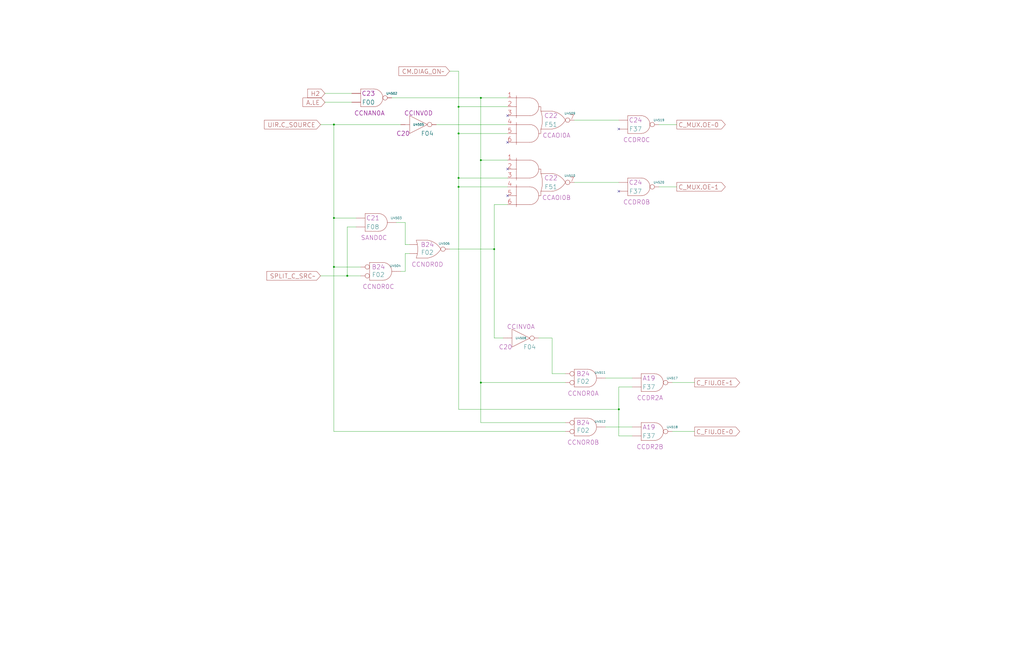
<source format=kicad_sch>
(kicad_sch (version 20230121) (generator eeschema)
  (paper "User" 584.2 378.46)
  (title_block (title "C SOURCE CONTROL") (date "15-MAR-90") (rev "1.0") (comment 1 "TYPE") (comment 2 "232-003062") (comment 3 "S400") (comment 4 "RELEASED"))
  (lib_symbols
    (symbol "r1000:F00" (pin_numbers hide) (pin_names hide)
      (property "Reference" "U" (at 15.24 0 0))
      (property "Value" "F00" (at 1.905 -5.08 0))
      (property "Location" "___" (at 1.905 0 0))
      (property "Name" "______" (at 2.54 -12.7 0))
      (symbol "F00_0_1"
        (polyline (pts (xy -2.54 -7.62) (xy 5.08 -7.62)) (stroke (width 0.1524)))
        (polyline (pts (xy -2.54 2.54) (xy -2.54 -7.62)) (stroke (width 0.1524)))
        (polyline (pts (xy -2.54 2.54) (xy 5.08 2.54)) (stroke (width 0.1524)))
        (arc (start 5.08 -7.62) (mid 10.1282 -2.54) (end 5.08 2.54) (stroke (width 0.1524)))
        (circle (center 11.43 -2.54) (radius 1.27) (stroke (width 0.1524)))
      )
      (symbol "F00_0_2"
        (circle (center -3.81 -5.08) (radius 1.27) (stroke (width 0.1524)))
        (circle (center -3.81 0) (radius 1.27) (stroke (width 0.1524)))
        (arc (start -3.175 -7.62) (mid -2.134 -2.54) (end -3.175 2.54) (stroke (width 0.1524)))
        (polyline (pts (xy -3.175 -7.62) (xy 3.81 -7.62)) (stroke (width 0.1524)))
        (polyline (pts (xy -3.175 2.54) (xy 3.81 2.54)) (stroke (width 0.1524)))
        (arc (start 3.81 -7.62) (mid 7.5855 -5.8306) (end 10.16 -2.54) (stroke (width 0.1524)))
        (arc (start 10.16 -2.54) (mid 7.5827 0.7471) (end 3.81 2.54) (stroke (width 0.1524)))
      )
      (symbol "F00_1_1"
        (pin input line (at -7.62 0 0) (length 5.08) (name "D0") (number "1"))
        (pin input line (at -7.62 -5.08 0) (length 5.08) (name "D1") (number "2"))
        (pin output line (at 15.24 -2.54 180) (length 2.54) (name "Q") (number "3"))
      )
      (symbol "F00_1_2"
        (pin input line (at -7.62 0 0) (length 2.54) (name "D0") (number "1"))
        (pin input line (at -7.62 -5.08 0) (length 2.54) (name "D1") (number "2"))
        (pin output line (at 15.24 -2.54 180) (length 5.08) (name "Q") (number "3"))
      )
    )
    (symbol "r1000:F02" (pin_numbers hide) (pin_names hide)
      (property "Reference" "U" (at 12.16 0.635 0))
      (property "Value" "F02" (at -1.27 -4.445 0))
      (property "Location" "___" (at 2.54 0 0))
      (property "Name" "______" (at 2.54 -12.7 0))
      (symbol "F02_0_1"
        (arc (start -3.81 -7.62) (mid -2.9847 -2.54) (end -3.81 2.54) (stroke (width 0.1524)))
        (polyline (pts (xy -5.08 -5.08) (xy -3.175 -5.08)) (stroke (width 0.1524)))
        (polyline (pts (xy -5.08 0) (xy -3.175 0)) (stroke (width 0.1524)))
        (polyline (pts (xy -3.81 -7.62) (xy 2.54 -7.62)) (stroke (width 0.1524)))
        (polyline (pts (xy -3.81 2.54) (xy 2.54 2.54)) (stroke (width 0.1524)))
        (polyline (pts (xy 13.97 -2.54) (xy 12.7 -2.54)) (stroke (width 0.1524)))
        (arc (start 2.54 -7.62) (mid 6.9515 -5.9823) (end 10.16 -2.54) (stroke (width 0.1524)))
        (arc (start 10.16 -2.54) (mid 6.9478 0.8966) (end 2.54 2.54) (stroke (width 0.1524)))
        (circle (center 11.43 -2.54) (radius 1.27) (stroke (width 0.1524)))
      )
      (symbol "F02_0_2"
        (circle (center -3.81 -5.08) (radius 1.27) (stroke (width 0.1524)))
        (circle (center -3.81 0) (radius 1.27) (stroke (width 0.1524)))
        (polyline (pts (xy -2.54 -7.62) (xy 5.08 -7.62)) (stroke (width 0.1524)))
        (polyline (pts (xy -2.54 2.54) (xy -2.54 -7.62)) (stroke (width 0.1524)))
        (polyline (pts (xy -2.54 2.54) (xy 5.08 2.54)) (stroke (width 0.1524)))
        (polyline (pts (xy 11.43 -2.54) (xy 10.16 -2.54)) (stroke (width 0.1524)))
        (polyline (pts (xy 11.43 -2.54) (xy 12.7 -2.54)) (stroke (width 0.1524)))
        (arc (start 5.08 -7.62) (mid 10.1282 -2.54) (end 5.08 2.54) (stroke (width 0.1524)))
      )
      (symbol "F02_1_1"
        (pin input line (at -7.62 0 0) (length 2.54) (name "D0") (number "1"))
        (pin input line (at -7.62 -5.08 0) (length 2.54) (name "D1") (number "2"))
        (pin output line (at 15.24 -2.54 180) (length 1.27) (name "Q") (number "3"))
      )
      (symbol "F02_1_2"
        (pin input line (at -7.62 0 0) (length 2.54) (name "D0") (number "1"))
        (pin input line (at -7.62 -5.08 0) (length 2.54) (name "D1") (number "2"))
        (pin output line (at 15.24 -2.54 180) (length 2.54) (name "Q") (number "3"))
      )
    )
    (symbol "r1000:F04" (pin_numbers hide) (pin_names hide)
      (property "Reference" "U" (at 0 0 0))
      (property "Value" "F04" (at 1.27 -5.08 0))
      (property "Location" "___" (at -12.7 -5.08 0))
      (property "Name" "______" (at 0 5.08 0))
      (symbol "F04_0_1"
        (polyline (pts (xy -7.62 0) (xy -5.08 0)) (stroke (width 0.1524)))
        (polyline (pts (xy -5.08 5.08) (xy -5.08 -5.08)) (stroke (width 0.1524)))
        (polyline (pts (xy 5.08 0) (xy -5.08 -5.08)) (stroke (width 0.1524)))
        (polyline (pts (xy 5.08 0) (xy -5.08 5.08)) (stroke (width 0.1524)))
        (circle (center 6.35 0) (radius 1.27) (stroke (width 0.1524)))
      )
      (symbol "F04_1_1"
        (pin input line (at -10.16 0 0) (length 2.54) (name "D0") (number "1"))
        (pin output line (at 10.16 0 180) (length 2.54) (name "Q") (number "2"))
      )
    )
    (symbol "r1000:F08" (pin_numbers hide) (pin_names hide)
      (property "Reference" "U" (at 15.24 0 0))
      (property "Value" "F08" (at 1.905 -5.08 0))
      (property "Location" "___" (at 1.905 0 0))
      (property "Name" "______" (at 2.54 -12.7 0))
      (symbol "F08_0_1"
        (polyline (pts (xy -2.54 -7.62) (xy 5.08 -7.62)) (stroke (width 0.1524)))
        (polyline (pts (xy -2.54 2.54) (xy -2.54 -7.62)) (stroke (width 0.1524)))
        (polyline (pts (xy -2.54 2.54) (xy 5.08 2.54)) (stroke (width 0.1524)))
        (arc (start 5.08 -7.62) (mid 10.1282 -2.54) (end 5.08 2.54) (stroke (width 0.1524)))
      )
      (symbol "F08_0_2"
        (circle (center -3.81 -5.08) (radius 1.27) (stroke (width 0.1524)))
        (circle (center -3.81 0) (radius 1.27) (stroke (width 0.1524)))
        (arc (start -3.175 -7.62) (mid -2.134 -2.54) (end -3.175 2.54) (stroke (width 0.1524)))
        (polyline (pts (xy -3.175 -7.62) (xy 3.81 -7.62)) (stroke (width 0.1524)))
        (polyline (pts (xy -3.175 2.54) (xy 3.81 2.54)) (stroke (width 0.1524)))
        (arc (start 3.81 -7.62) (mid 7.5855 -5.8306) (end 10.16 -2.54) (stroke (width 0.1524)))
        (arc (start 10.16 -2.54) (mid 7.5827 0.7471) (end 3.81 2.54) (stroke (width 0.1524)))
        (circle (center 11.43 -2.54) (radius 1.27) (stroke (width 0.1524)))
      )
      (symbol "F08_1_1"
        (pin input line (at -7.62 0 0) (length 5.08) (name "D0") (number "1"))
        (pin input line (at -7.62 -5.08 0) (length 5.08) (name "D1") (number "2"))
        (pin output line (at 15.24 -2.54 180) (length 5.08) (name "Q") (number "3"))
      )
      (symbol "F08_1_2"
        (pin input line (at -7.62 0 0) (length 2.54) (name "D0") (number "1"))
        (pin input line (at -7.62 -5.08 0) (length 2.54) (name "D1") (number "2"))
        (pin output line (at 15.24 -2.54 180) (length 2.54) (name "Q") (number "3"))
      )
    )
    (symbol "r1000:F37" (pin_numbers hide) (pin_names (offset 0) hide)
      (property "Reference" "U" (at 15.24 0 0))
      (property "Value" "F37" (at 1.905 -5.08 0))
      (property "Location" "___" (at 1.905 0 0))
      (property "Name" "______" (at 2.54 -12.7 0))
      (symbol "F37_0_1"
        (polyline (pts (xy -2.54 -7.62) (xy 5.08 -7.62)) (stroke (width 0.1524)))
        (polyline (pts (xy -2.54 2.54) (xy -2.54 -7.62)) (stroke (width 0.1524)))
        (polyline (pts (xy -2.54 2.54) (xy 5.08 2.54)) (stroke (width 0.1524)))
        (arc (start 5.08 -7.62) (mid 10.1282 -2.54) (end 5.08 2.54) (stroke (width 0.1524)))
        (circle (center 11.43 -2.54) (radius 1.27) (stroke (width 0.1524)))
      )
      (symbol "F37_0_2"
        (circle (center -3.81 -5.08) (radius 1.27) (stroke (width 0.1524)))
        (circle (center -3.81 0) (radius 1.27) (stroke (width 0.1524)))
        (arc (start -3.175 -7.62) (mid -2.134 -2.54) (end -3.175 2.54) (stroke (width 0.1524)))
        (polyline (pts (xy -3.175 -7.62) (xy 3.81 -7.62)) (stroke (width 0.1524)))
        (polyline (pts (xy -3.175 2.54) (xy 3.81 2.54)) (stroke (width 0.1524)))
        (arc (start 3.81 -7.62) (mid 7.5855 -5.8306) (end 10.16 -2.54) (stroke (width 0.1524)))
        (arc (start 10.16 -2.54) (mid 7.5827 0.7471) (end 3.81 2.54) (stroke (width 0.1524)))
      )
      (symbol "F37_1_1"
        (pin input line (at -7.62 0 0) (length 5.08) (name "D0") (number "1"))
        (pin input line (at -7.62 -5.08 0) (length 5.08) (name "D1") (number "2"))
        (pin output line (at 15.24 -2.54 180) (length 2.54) (name "Q") (number "3"))
      )
      (symbol "F37_1_2"
        (pin input line (at -7.62 0 0) (length 2.54) (name "D0") (number "1"))
        (pin input line (at -7.62 -5.08 0) (length 2.54) (name "D1") (number "2"))
        (pin output line (at 15.24 -2.54 180) (length 5.08) (name "Q") (number "3"))
      )
    )
    (symbol "r1000:F51" (pin_names hide)
      (property "Reference" "U" (at 12.7 1.27 0))
      (property "Value" "F51" (at 1.905 -5.08 0))
      (property "Location" "___" (at 1.905 0 0))
      (property "Name" "______" (at 5.08 -12.7 0))
      (symbol "F51_0_0"
        (arc (start -10.16 -15.24) (mid -6.5679 -13.7521) (end -5.08 -10.16) (stroke (width 0.1524)))
        (arc (start -10.16 0) (mid -6.5679 1.4879) (end -5.08 5.08) (stroke (width 0.1524)))
        (arc (start -5.08 -10.16) (mid -6.5679 -6.5679) (end -10.16 -5.08) (stroke (width 0.1524)))
        (arc (start -5.08 5.08) (mid -6.5679 8.6721) (end -10.16 10.16) (stroke (width 0.1524)))
        (arc (start -3.8173 -7.62) (mid -2.9926 -2.54) (end -3.8173 2.54) (stroke (width 0.1524)))
        (polyline (pts (xy -20.32 -15.24) (xy -17.78 -15.24)) (stroke (width 0.1524)))
        (polyline (pts (xy -20.32 -10.16) (xy -17.78 -10.16)) (stroke (width 0.1524)))
        (polyline (pts (xy -20.32 -5.08) (xy -17.78 -5.08)) (stroke (width 0.1524)))
        (polyline (pts (xy -20.32 0) (xy -17.78 0)) (stroke (width 0.1524)))
        (polyline (pts (xy -20.32 5.08) (xy -17.78 5.08)) (stroke (width 0.1524)))
        (polyline (pts (xy -20.32 10.16) (xy -17.78 10.16)) (stroke (width 0.1524)))
        (polyline (pts (xy -17.78 -3.81) (xy -17.78 -16.51)) (stroke (width 0.1524)))
        (polyline (pts (xy -17.78 11.43) (xy -17.78 -1.27)) (stroke (width 0.1524)))
        (polyline (pts (xy -10.16 -15.24) (xy -17.78 -15.24)) (stroke (width 0.1524)))
        (polyline (pts (xy -10.16 -5.08) (xy -17.78 -5.08)) (stroke (width 0.1524)))
        (polyline (pts (xy -10.16 0) (xy -17.78 0)) (stroke (width 0.1524)))
        (polyline (pts (xy -10.16 10.16) (xy -17.78 10.16)) (stroke (width 0.1524)))
        (polyline (pts (xy -3.81 -7.62) (xy 2.54 -7.62)) (stroke (width 0.1524)))
        (polyline (pts (xy -3.81 2.54) (xy 2.54 2.54)) (stroke (width 0.1524)))
        (polyline (pts (xy -5.08 -10.16) (xy -3.81 -10.16) (xy -3.81 -7.62)) (stroke (width 0.1524)))
        (polyline (pts (xy -5.08 5.08) (xy -3.81 5.08) (xy -3.81 2.54)) (stroke (width 0.1524)))
        (arc (start 2.54 -7.62) (mid 6.9504 -5.9805) (end 10.16 -2.54) (stroke (width 0.1524)))
        (arc (start 10.16 -2.54) (mid 6.9516 0.9024) (end 2.54 2.54) (stroke (width 0.1524)))
        (circle (center 11.43 -2.54) (radius 1.27) (stroke (width 0.1524)))
      )
      (symbol "F51_1_1"
        (pin input line (at -22.86 10.16 0) (length 2.54) (name "A1") (number "1"))
        (pin input line (at -22.86 5.08 0) (length 2.54) (name "A2") (number "2"))
        (pin input line (at -22.86 0 0) (length 2.54) (name "A3") (number "3"))
        (pin input line (at -22.86 -5.08 0) (length 2.54) (name "B1") (number "4"))
        (pin input line (at -22.86 -10.16 0) (length 2.54) (name "B2") (number "5"))
        (pin input line (at -22.86 -15.24 0) (length 2.54) (name "B3") (number "6"))
        (pin output line (at 15.24 -2.54 180) (length 2.54) (name "Q") (number "7"))
      )
    )
  )
  (junction (at 274.32 218.44))
  (junction (at 190.5 124.46))
  (junction (at 198.12 157.48))
  (junction (at 274.32 55.88))
  (junction (at 261.62 101.6))
  (junction (at 261.62 60.96))
  (junction (at 190.5 152.4))
  (junction (at 274.32 91.44))
  (junction (at 190.5 71.12))
  (junction (at 281.94 142.24))
  (junction (at 353.06 233.68))
  (junction (at 261.62 76.2))
  (junction (at 261.62 106.68))
  (no_connect (at 289.56 81.28))
  (no_connect (at 289.56 96.52))
  (no_connect (at 289.56 66.04))
  (no_connect (at 353.06 73.66))
  (no_connect (at 353.06 109.22))
  (no_connect (at 289.56 111.76))
  (wire (pts (xy 383.54 246.38) (xy 396.24 246.38)))
  (wire (pts (xy 375.92 106.68) (xy 386.08 106.68)))
  (wire (pts (xy 261.62 101.6) (xy 289.56 101.6)))
  (wire (pts (xy 205.74 152.4) (xy 190.5 152.4)))
  (wire (pts (xy 185.42 53.34) (xy 200.66 53.34)))
  (wire (pts (xy 223.52 55.88) (xy 274.32 55.88)))
  (wire (pts (xy 314.96 213.36) (xy 314.96 193.04)))
  (wire (pts (xy 327.66 104.14) (xy 353.06 104.14)))
  (wire (pts (xy 248.92 71.12) (xy 289.56 71.12)))
  (wire (pts (xy 322.58 213.36) (xy 314.96 213.36)))
  (wire (pts (xy 203.2 129.54) (xy 198.12 129.54)))
  (wire (pts (xy 261.62 101.6) (xy 261.62 76.2)))
  (wire (pts (xy 226.06 127) (xy 231.14 127)))
  (wire (pts (xy 345.44 243.84) (xy 360.68 243.84)))
  (wire (pts (xy 228.6 154.94) (xy 231.14 154.94)))
  (wire (pts (xy 274.32 91.44) (xy 274.32 218.44)))
  (wire (pts (xy 274.32 241.3) (xy 274.32 218.44)))
  (wire (pts (xy 322.58 246.38) (xy 190.5 246.38)))
  (wire (pts (xy 281.94 116.84) (xy 289.56 116.84)))
  (wire (pts (xy 182.88 157.48) (xy 198.12 157.48)))
  (wire (pts (xy 231.14 154.94) (xy 231.14 144.78)))
  (wire (pts (xy 261.62 60.96) (xy 289.56 60.96)))
  (wire (pts (xy 353.06 248.92) (xy 353.06 233.68)))
  (wire (pts (xy 182.88 71.12) (xy 190.5 71.12)))
  (wire (pts (xy 274.32 55.88) (xy 289.56 55.88)))
  (wire (pts (xy 287.02 193.04) (xy 281.94 193.04)))
  (wire (pts (xy 314.96 193.04) (xy 307.34 193.04)))
  (wire (pts (xy 190.5 71.12) (xy 228.6 71.12)))
  (wire (pts (xy 231.14 139.7) (xy 233.68 139.7)))
  (wire (pts (xy 375.92 71.12) (xy 386.08 71.12)))
  (wire (pts (xy 274.32 91.44) (xy 274.32 55.88)))
  (wire (pts (xy 261.62 60.96) (xy 261.62 40.64)))
  (wire (pts (xy 281.94 142.24) (xy 281.94 116.84)))
  (wire (pts (xy 198.12 157.48) (xy 205.74 157.48)))
  (wire (pts (xy 345.44 215.9) (xy 360.68 215.9)))
  (wire (pts (xy 231.14 144.78) (xy 233.68 144.78)))
  (wire (pts (xy 360.68 248.92) (xy 353.06 248.92)))
  (wire (pts (xy 256.54 142.24) (xy 281.94 142.24)))
  (wire (pts (xy 190.5 246.38) (xy 190.5 152.4)))
  (wire (pts (xy 261.62 40.64) (xy 256.54 40.64)))
  (wire (pts (xy 261.62 106.68) (xy 261.62 101.6)))
  (wire (pts (xy 190.5 152.4) (xy 190.5 124.46)))
  (wire (pts (xy 327.66 68.58) (xy 353.06 68.58)))
  (wire (pts (xy 383.54 218.44) (xy 396.24 218.44)))
  (wire (pts (xy 353.06 220.98) (xy 360.68 220.98)))
  (wire (pts (xy 322.58 241.3) (xy 274.32 241.3)))
  (wire (pts (xy 353.06 233.68) (xy 353.06 220.98)))
  (wire (pts (xy 261.62 233.68) (xy 261.62 106.68)))
  (wire (pts (xy 198.12 129.54) (xy 198.12 157.48)))
  (wire (pts (xy 185.42 58.42) (xy 200.66 58.42)))
  (wire (pts (xy 353.06 233.68) (xy 261.62 233.68)))
  (wire (pts (xy 289.56 106.68) (xy 261.62 106.68)))
  (wire (pts (xy 190.5 124.46) (xy 203.2 124.46)))
  (wire (pts (xy 261.62 76.2) (xy 261.62 60.96)))
  (wire (pts (xy 289.56 91.44) (xy 274.32 91.44)))
  (wire (pts (xy 281.94 193.04) (xy 281.94 142.24)))
  (wire (pts (xy 261.62 76.2) (xy 289.56 76.2)))
  (wire (pts (xy 274.32 218.44) (xy 322.58 218.44)))
  (wire (pts (xy 231.14 127) (xy 231.14 139.7)))
  (wire (pts (xy 190.5 124.46) (xy 190.5 71.12)))
  (global_label "C_FIU.OE~0" (shape output) (at 396.24 246.38 0) (effects (font (size 2.54 2.54))) (property "Intersheetrefs" "${INTERSHEET_REFS}" (at 421.9908 246.2213 0) (effects (font (size 1.905 1.905)) (justify left))))
  (global_label "C_MUX.OE~0" (shape output) (at 386.08 71.12 0) (effects (font (size 2.54 2.54))) (property "Intersheetrefs" "${INTERSHEET_REFS}" (at 413.766 70.9613 0) (effects (font (size 1.905 1.905)) (justify left))))
  (global_label "UIR.C_SOURCE" (shape input) (at 182.88 71.12 180) (effects (font (size 2.54 2.54))) (property "Intersheetrefs" "${INTERSHEET_REFS}" (at 150.8397 70.9613 0) (effects (font (size 1.905 1.905)) (justify right))))
  (global_label "C_FIU.OE~1" (shape output) (at 396.24 218.44 0) (effects (font (size 2.54 2.54))) (property "Intersheetrefs" "${INTERSHEET_REFS}" (at 421.9908 218.2813 0) (effects (font (size 1.905 1.905)) (justify left))))
  (global_label "H2" (shape input) (at 185.42 53.34 180) (effects (font (size 2.54 2.54))) (property "Intersheetrefs" "${INTERSHEET_REFS}" (at 175.514 53.1813 0) (effects (font (size 1.905 1.905)) (justify right))))
  (global_label "CM.DIAG_ON~" (shape input) (at 256.54 40.64 180) (effects (font (size 2.54 2.54))) (property "Intersheetrefs" "${INTERSHEET_REFS}" (at 227.5235 40.4813 0) (effects (font (size 1.905 1.905)) (justify right))))
  (global_label "SPLIT_C_SRC~" (shape input) (at 182.88 157.48 180) (effects (font (size 2.54 2.54))) (property "Intersheetrefs" "${INTERSHEET_REFS}" (at 152.1702 157.3213 0) (effects (font (size 1.905 1.905)) (justify right))))
  (global_label "C_MUX.OE~1" (shape output) (at 386.08 106.68 0) (effects (font (size 2.54 2.54))) (property "Intersheetrefs" "${INTERSHEET_REFS}" (at 413.766 106.5213 0) (effects (font (size 1.905 1.905)) (justify left))))
  (global_label "A.LE" (shape input) (at 185.42 58.42 180) (effects (font (size 2.54 2.54))) (property "Intersheetrefs" "${INTERSHEET_REFS}" (at 172.853 58.2613 0) (effects (font (size 1.905 1.905)) (justify right))))
  (symbol (lib_id "r1000:F04") (at 297.18 193.04 0) (unit 1)
    (property "Reference" "U4508" (at 297.18 193.04 0))
    (property "Value" "F04" (at 298.45 198.12 0) (effects (font (size 2.54 2.54)) (justify left)))
    (property "Location" "C20" (at 284.48 198.12 0) (effects (font (size 2.54 2.54)) (justify left)))
    (property "Name" "CCINV0A" (at 297.18 187.96 0) (effects (font (size 2.54 2.54)) (justify bottom)))
  )
  (symbol (lib_id "r1000:F51") (at 312.42 101.6 0) (unit 1)
    (property "Reference" "U4510" (at 325.12 100.33 0))
    (property "Value" "F51" (at 314.325 106.68 0) (effects (font (size 2.54 2.54))))
    (property "Location" "C22" (at 314.325 101.6 0) (effects (font (size 2.54 2.54))))
    (property "Name" "CCAOI0B" (at 317.5 114.3 0) (effects (font (size 2.54 2.54)) (justify bottom)))
  )
  (symbol (lib_id "r1000:F02") (at 330.2 241.3 0) (unit 1) (convert 2)
    (property "Reference" "U4512" (at 342.36 240.665 0))
    (property "Value" "F02" (at 328.93 245.745 0) (effects (font (size 2.54 2.54)) (justify left)))
    (property "Location" "B24" (at 332.74 241.3 0) (effects (font (size 2.54 2.54))))
    (property "Name" "CCNOR0B" (at 332.74 254 0) (effects (font (size 2.54 2.54)) (justify bottom)))
  )
  (symbol (lib_id "r1000:F02") (at 330.2 213.36 0) (unit 1) (convert 2)
    (property "Reference" "U4511" (at 342.36 212.725 0))
    (property "Value" "F02" (at 328.93 217.805 0) (effects (font (size 2.54 2.54)) (justify left)))
    (property "Location" "B24" (at 332.74 213.36 0) (effects (font (size 2.54 2.54))))
    (property "Name" "CCNOR0A" (at 332.74 226.06 0) (effects (font (size 2.54 2.54)) (justify bottom)))
  )
  (symbol (lib_id "r1000:F37") (at 368.3 215.9 0) (unit 1)
    (property "Reference" "U4517" (at 383.54 215.9 0))
    (property "Value" "F37" (at 370.205 220.98 0) (effects (font (size 2.54 2.54))))
    (property "Location" "A19" (at 370.205 215.9 0) (effects (font (size 2.54 2.54))))
    (property "Name" "CCDR2A" (at 370.84 228.6 0) (effects (font (size 2.54 2.54)) (justify bottom)))
  )
  (symbol (lib_id "r1000:F02") (at 241.3 139.7 0) (unit 1)
    (property "Reference" "U4506" (at 253.46 139.065 0))
    (property "Value" "F02" (at 240.03 144.145 0) (effects (font (size 2.54 2.54)) (justify left)))
    (property "Location" "B24" (at 243.84 139.7 0) (effects (font (size 2.54 2.54))))
    (property "Name" "CCNOR0D" (at 243.84 152.4 0) (effects (font (size 2.54 2.54)) (justify bottom)))
  )
  (symbol (lib_id "r1000:F04") (at 238.76 71.12 0) (unit 1)
    (property "Reference" "U4505" (at 238.76 71.12 0))
    (property "Value" "F04" (at 240.03 76.2 0) (effects (font (size 2.54 2.54)) (justify left)))
    (property "Location" "C20" (at 226.06 76.2 0) (effects (font (size 2.54 2.54)) (justify left)))
    (property "Name" "CCINV0D" (at 238.76 66.04 0) (effects (font (size 2.54 2.54)) (justify bottom)))
  )
  (symbol (lib_id "r1000:F51") (at 312.42 66.04 0) (unit 1)
    (property "Reference" "U4509" (at 325.12 64.77 0))
    (property "Value" "F51" (at 314.325 71.12 0) (effects (font (size 2.54 2.54))))
    (property "Location" "C22" (at 314.325 66.04 0) (effects (font (size 2.54 2.54))))
    (property "Name" "CCAOI0A" (at 317.5 78.74 0) (effects (font (size 2.54 2.54)) (justify bottom)))
  )
  (symbol (lib_id "r1000:F37") (at 360.68 104.14 0) (unit 1)
    (property "Reference" "U4520" (at 375.92 104.14 0))
    (property "Value" "F37" (at 362.585 109.22 0) (effects (font (size 2.54 2.54))))
    (property "Location" "C24" (at 362.585 104.14 0) (effects (font (size 2.54 2.54))))
    (property "Name" "CCDR0B" (at 363.22 116.84 0) (effects (font (size 2.54 2.54)) (justify bottom)))
  )
  (symbol (lib_id "r1000:F08") (at 210.82 124.46 0) (unit 1)
    (property "Reference" "U4503" (at 226.06 124.46 0))
    (property "Value" "F08" (at 212.725 129.54 0) (effects (font (size 2.54 2.54))))
    (property "Location" "C21" (at 212.725 124.46 0) (effects (font (size 2.54 2.54))))
    (property "Name" "SAND0C" (at 213.36 137.16 0) (effects (font (size 2.54 2.54)) (justify bottom)))
  )
  (symbol (lib_id "r1000:F37") (at 368.3 243.84 0) (unit 1)
    (property "Reference" "U4518" (at 383.54 243.84 0))
    (property "Value" "F37" (at 370.205 248.92 0) (effects (font (size 2.54 2.54))))
    (property "Location" "A19" (at 370.205 243.84 0) (effects (font (size 2.54 2.54))))
    (property "Name" "CCDR2B" (at 370.84 256.54 0) (effects (font (size 2.54 2.54)) (justify bottom)))
  )
  (symbol (lib_id "r1000:F37") (at 360.68 68.58 0) (unit 1)
    (property "Reference" "U4519" (at 375.92 68.58 0))
    (property "Value" "F37" (at 362.585 73.66 0) (effects (font (size 2.54 2.54))))
    (property "Location" "C24" (at 362.585 68.58 0) (effects (font (size 2.54 2.54))))
    (property "Name" "CCDR0C" (at 363.22 81.28 0) (effects (font (size 2.54 2.54)) (justify bottom)))
  )
  (symbol (lib_id "r1000:F02") (at 213.36 152.4 0) (unit 1) (convert 2)
    (property "Reference" "U4504" (at 225.52 151.765 0))
    (property "Value" "F02" (at 212.09 156.845 0) (effects (font (size 2.54 2.54)) (justify left)))
    (property "Location" "B24" (at 215.9 152.4 0) (effects (font (size 2.54 2.54))))
    (property "Name" "CCNOR0C" (at 215.9 165.1 0) (effects (font (size 2.54 2.54)) (justify bottom)))
  )
  (symbol (lib_id "r1000:F00") (at 208.28 53.34 0) (unit 1)
    (property "Reference" "U4502" (at 223.52 53.34 0))
    (property "Value" "F00" (at 210.185 58.42 0) (effects (font (size 2.54 2.54))))
    (property "Location" "C23" (at 210.185 53.34 0) (effects (font (size 2.54 2.54))))
    (property "Name" "CCNAN0A" (at 210.82 66.04 0) (effects (font (size 2.54 2.54)) (justify bottom)))
  )
)
</source>
